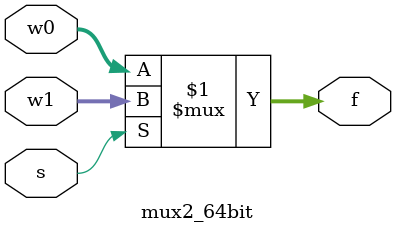
<source format=v>
module mux2_64bit (w0, w1, s, f);
    input  s;
    input [63:0] w0;
    input [63:0] w1;
    output [63:0] f;

    assign f = s ? w1 : w0;
    
endmodule
</source>
